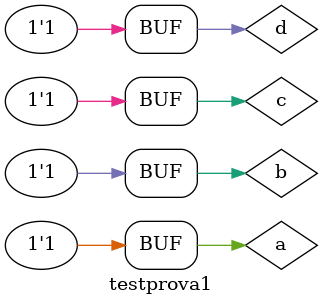
<source format=v>

module metodoprovag ( saida,a,b,c,d );

output saida;
input a,b,c,d;
wire temp1,temp2,temp3,temp4,temp5,temp6,temp7,temp8,temp9,temp10,temp11,temp12;


not NOT1 (temp1,b);
and AND1 (temp2,temp1,b,c);
not NOT2 (temp3,c);
and AND2 (temp4,b,temp3,d);
not NOT3 (temp5,a);
and AND3 (temp6,temp5,b,c);
not NOT4 (temp7,b);
and AND4 (temp8,a,temp7,d);
not NOT5 (temp9,b);
and AND5 (temp10,a,temp9,c);
not NOT6 (temp11,d);
and AND6 (temp12,a,b,temp11);
or OR1   (saida,temp2,temp4,temp6,temp8,temp10,temp12);

endmodule
 
module testprova1;
reg a,b,c,d;
wire saida;

metodoprovag PROVAG ( saida,a,b,c,d );

initial begin:start
        a=0; b=0; c=0; d=0;
end

initial begin: main
#1 $display (" Circuito da questao g ");
#1 $display (" a |  b |  c |  d  =  saida ");
  $monitor (" %b  | %b  | %b |  %b  =   %b ",a,b,c,d,saida);
           #1 a=0;    b=0;   c=0;   d=1;
			  #1 a=0;    b=0;   c=1;   d=0;
			  #1 a=0;    b=0;   c=1;   d=1;
			  #1 a=0;    b=1;   c=0;   d=0;
			  #1 a=0;    b=1;   c=0;   d=1;
			  #1 a=0;    b=1;   c=1;   d=0;
			  #1 a=0;    b=1;   c=1;   d=1;
			  #1 a=1;    b=0;   c=0;   d=0;
			  #1 a=1;    b=0;   c=0;   d=1;
			  #1 a=1;    b=0;   c=1;   d=0;
			  #1 a=1;    b=0;   c=1;   d=1;
			  #1 a=1;    b=1;   c=0;   d=0;
			  #1 a=1;    b=1;   c=0;   d=1;
			  #1 a=1;    b=1;   c=1;   d=0;
			  #1 a=1;    b=1;   c=1;   d=1;
			  
			  
			  
end
endmodule

</source>
